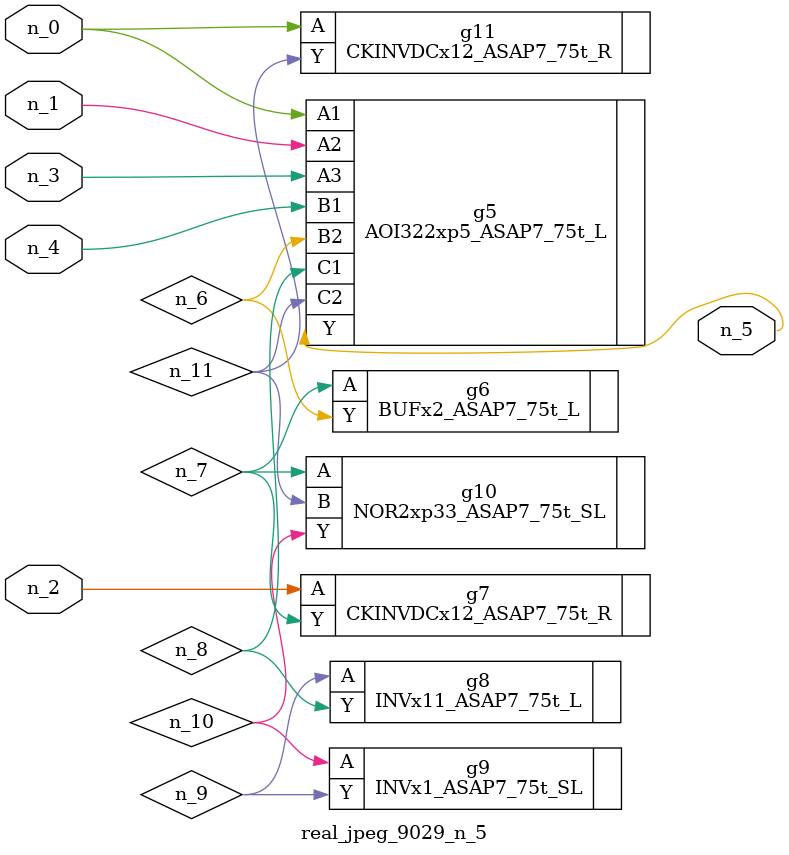
<source format=v>
module real_jpeg_9029_n_5 (n_4, n_0, n_1, n_2, n_3, n_5);

input n_4;
input n_0;
input n_1;
input n_2;
input n_3;

output n_5;

wire n_8;
wire n_11;
wire n_6;
wire n_7;
wire n_10;
wire n_9;

AOI322xp5_ASAP7_75t_L g5 ( 
.A1(n_0),
.A2(n_1),
.A3(n_3),
.B1(n_4),
.B2(n_6),
.C1(n_8),
.C2(n_11),
.Y(n_5)
);

CKINVDCx12_ASAP7_75t_R g11 ( 
.A(n_0),
.Y(n_11)
);

CKINVDCx12_ASAP7_75t_R g7 ( 
.A(n_2),
.Y(n_7)
);

BUFx2_ASAP7_75t_L g6 ( 
.A(n_7),
.Y(n_6)
);

NOR2xp33_ASAP7_75t_SL g10 ( 
.A(n_7),
.B(n_11),
.Y(n_10)
);

INVx11_ASAP7_75t_L g8 ( 
.A(n_9),
.Y(n_8)
);

INVx1_ASAP7_75t_SL g9 ( 
.A(n_10),
.Y(n_9)
);


endmodule
</source>
